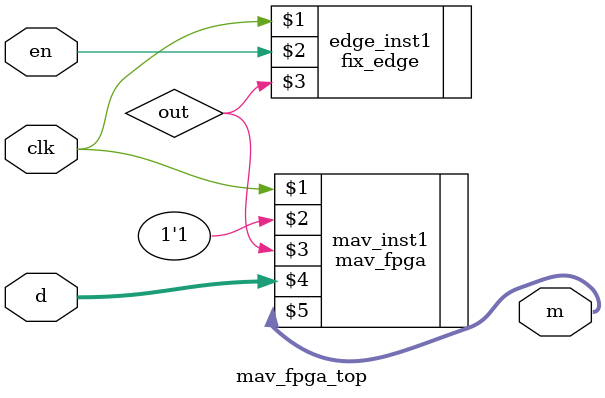
<source format=v>
module mav_fpga_top (
    input  clk, 
    //input  rstn, 
    input  en,
    input  [7:0]  d,
    output [7:0]  m
);
    wire out;
    fix_edge edge_inst1(clk, en, out);
    mav_fpga mav_inst1(clk, 1'b1, out, d, m);
endmodule
</source>
